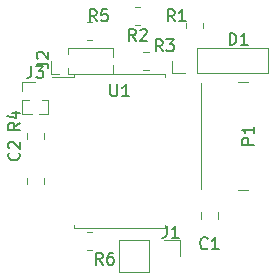
<source format=gbr>
%TF.GenerationSoftware,KiCad,Pcbnew,(5.1.7)-1*%
%TF.CreationDate,2021-06-11T01:00:18-05:00*%
%TF.ProjectId,lamp_pcb,6c616d70-5f70-4636-922e-6b696361645f,rev?*%
%TF.SameCoordinates,Original*%
%TF.FileFunction,Legend,Top*%
%TF.FilePolarity,Positive*%
%FSLAX46Y46*%
G04 Gerber Fmt 4.6, Leading zero omitted, Abs format (unit mm)*
G04 Created by KiCad (PCBNEW (5.1.7)-1) date 2021-06-11 01:00:18*
%MOMM*%
%LPD*%
G01*
G04 APERTURE LIST*
%ADD10C,0.120000*%
%ADD11C,0.150000*%
G04 APERTURE END LIST*
D10*
%TO.C,J3*%
X158140000Y-109915000D02*
X158942470Y-109915000D01*
X159557530Y-109915000D02*
X160360000Y-109915000D01*
X158140000Y-108710000D02*
X158140000Y-109915000D01*
X160360000Y-108710000D02*
X160360000Y-109915000D01*
X158140000Y-108710000D02*
X158686529Y-108710000D01*
X159813471Y-108710000D02*
X160360000Y-108710000D01*
X158140000Y-107950000D02*
X158140000Y-107190000D01*
X158140000Y-107190000D02*
X159250000Y-107190000D01*
%TO.C,D1*%
X178960000Y-106470000D02*
X178960000Y-104350000D01*
X172900000Y-106470000D02*
X178960000Y-106470000D01*
X172900000Y-104350000D02*
X178960000Y-104350000D01*
X172900000Y-106470000D02*
X172900000Y-104350000D01*
X171900000Y-106470000D02*
X170840000Y-106470000D01*
X170840000Y-106470000D02*
X170840000Y-105410000D01*
%TO.C,R6*%
X163602936Y-119915000D02*
X164057064Y-119915000D01*
X163602936Y-121385000D02*
X164057064Y-121385000D01*
%TO.C,R5*%
X164057064Y-103605000D02*
X163602936Y-103605000D01*
X164057064Y-102135000D02*
X163602936Y-102135000D01*
%TO.C,J1*%
X166310000Y-120590000D02*
X166310000Y-123250000D01*
X168910000Y-120590000D02*
X166310000Y-120590000D01*
X168910000Y-123250000D02*
X166310000Y-123250000D01*
X168910000Y-120590000D02*
X168910000Y-123250000D01*
X170180000Y-120590000D02*
X171510000Y-120590000D01*
X171510000Y-120590000D02*
X171510000Y-121920000D01*
%TO.C,J2*%
X165795000Y-106520000D02*
X165795000Y-105717530D01*
X165795000Y-105102470D02*
X165795000Y-104300000D01*
X162050000Y-106520000D02*
X165795000Y-106520000D01*
X162050000Y-104300000D02*
X165795000Y-104300000D01*
X162050000Y-106520000D02*
X162050000Y-105973471D01*
X162050000Y-104846529D02*
X162050000Y-104300000D01*
X161290000Y-106520000D02*
X160530000Y-106520000D01*
X160530000Y-106520000D02*
X160530000Y-105410000D01*
%TO.C,P1*%
X173310000Y-116250000D02*
X173310000Y-107300000D01*
X176390000Y-107180000D02*
X177290000Y-107180000D01*
X176390000Y-116370000D02*
X177290000Y-116370000D01*
%TO.C,U1*%
X166370000Y-119540000D02*
X170230000Y-119540000D01*
X170230000Y-119540000D02*
X170230000Y-119305000D01*
X166370000Y-119540000D02*
X162510000Y-119540000D01*
X162510000Y-119540000D02*
X162510000Y-119305000D01*
X166370000Y-106520000D02*
X170230000Y-106520000D01*
X170230000Y-106520000D02*
X170230000Y-106755000D01*
X166370000Y-106520000D02*
X162510000Y-106520000D01*
X162510000Y-106520000D02*
X162510000Y-106755000D01*
X162510000Y-106755000D02*
X160695000Y-106755000D01*
%TO.C,R4*%
X159985000Y-111532936D02*
X159985000Y-111987064D01*
X158515000Y-111532936D02*
X158515000Y-111987064D01*
%TO.C,R3*%
X168827064Y-106145000D02*
X168372936Y-106145000D01*
X168827064Y-104675000D02*
X168372936Y-104675000D01*
%TO.C,R2*%
X168137064Y-102335000D02*
X167682936Y-102335000D01*
X168137064Y-100865000D02*
X167682936Y-100865000D01*
%TO.C,R1*%
X173455000Y-102172936D02*
X173455000Y-102627064D01*
X171985000Y-102172936D02*
X171985000Y-102627064D01*
%TO.C,C2*%
X159985000Y-115308748D02*
X159985000Y-115831252D01*
X158515000Y-115308748D02*
X158515000Y-115831252D01*
%TO.C,C1*%
X173255000Y-118761252D02*
X173255000Y-118238748D01*
X174725000Y-118761252D02*
X174725000Y-118238748D01*
%TO.C,J3*%
D11*
X158916666Y-105842380D02*
X158916666Y-106556666D01*
X158869047Y-106699523D01*
X158773809Y-106794761D01*
X158630952Y-106842380D01*
X158535714Y-106842380D01*
X159297619Y-105842380D02*
X159916666Y-105842380D01*
X159583333Y-106223333D01*
X159726190Y-106223333D01*
X159821428Y-106270952D01*
X159869047Y-106318571D01*
X159916666Y-106413809D01*
X159916666Y-106651904D01*
X159869047Y-106747142D01*
X159821428Y-106794761D01*
X159726190Y-106842380D01*
X159440476Y-106842380D01*
X159345238Y-106794761D01*
X159297619Y-106747142D01*
%TO.C,D1*%
X175691904Y-104052380D02*
X175691904Y-103052380D01*
X175930000Y-103052380D01*
X176072857Y-103100000D01*
X176168095Y-103195238D01*
X176215714Y-103290476D01*
X176263333Y-103480952D01*
X176263333Y-103623809D01*
X176215714Y-103814285D01*
X176168095Y-103909523D01*
X176072857Y-104004761D01*
X175930000Y-104052380D01*
X175691904Y-104052380D01*
X177215714Y-104052380D02*
X176644285Y-104052380D01*
X176930000Y-104052380D02*
X176930000Y-103052380D01*
X176834761Y-103195238D01*
X176739523Y-103290476D01*
X176644285Y-103338095D01*
%TO.C,R6*%
X164933333Y-122652380D02*
X164600000Y-122176190D01*
X164361904Y-122652380D02*
X164361904Y-121652380D01*
X164742857Y-121652380D01*
X164838095Y-121700000D01*
X164885714Y-121747619D01*
X164933333Y-121842857D01*
X164933333Y-121985714D01*
X164885714Y-122080952D01*
X164838095Y-122128571D01*
X164742857Y-122176190D01*
X164361904Y-122176190D01*
X165790476Y-121652380D02*
X165600000Y-121652380D01*
X165504761Y-121700000D01*
X165457142Y-121747619D01*
X165361904Y-121890476D01*
X165314285Y-122080952D01*
X165314285Y-122461904D01*
X165361904Y-122557142D01*
X165409523Y-122604761D01*
X165504761Y-122652380D01*
X165695238Y-122652380D01*
X165790476Y-122604761D01*
X165838095Y-122557142D01*
X165885714Y-122461904D01*
X165885714Y-122223809D01*
X165838095Y-122128571D01*
X165790476Y-122080952D01*
X165695238Y-122033333D01*
X165504761Y-122033333D01*
X165409523Y-122080952D01*
X165361904Y-122128571D01*
X165314285Y-122223809D01*
%TO.C,R5*%
X164433333Y-102052380D02*
X164100000Y-101576190D01*
X163861904Y-102052380D02*
X163861904Y-101052380D01*
X164242857Y-101052380D01*
X164338095Y-101100000D01*
X164385714Y-101147619D01*
X164433333Y-101242857D01*
X164433333Y-101385714D01*
X164385714Y-101480952D01*
X164338095Y-101528571D01*
X164242857Y-101576190D01*
X163861904Y-101576190D01*
X165338095Y-101052380D02*
X164861904Y-101052380D01*
X164814285Y-101528571D01*
X164861904Y-101480952D01*
X164957142Y-101433333D01*
X165195238Y-101433333D01*
X165290476Y-101480952D01*
X165338095Y-101528571D01*
X165385714Y-101623809D01*
X165385714Y-101861904D01*
X165338095Y-101957142D01*
X165290476Y-102004761D01*
X165195238Y-102052380D01*
X164957142Y-102052380D01*
X164861904Y-102004761D01*
X164814285Y-101957142D01*
%TO.C,J1*%
X170376666Y-119382380D02*
X170376666Y-120096666D01*
X170329047Y-120239523D01*
X170233809Y-120334761D01*
X170090952Y-120382380D01*
X169995714Y-120382380D01*
X171376666Y-120382380D02*
X170805238Y-120382380D01*
X171090952Y-120382380D02*
X171090952Y-119382380D01*
X170995714Y-119525238D01*
X170900476Y-119620476D01*
X170805238Y-119668095D01*
%TO.C,J2*%
X159352380Y-105633333D02*
X160066666Y-105633333D01*
X160209523Y-105680952D01*
X160304761Y-105776190D01*
X160352380Y-105919047D01*
X160352380Y-106014285D01*
X159447619Y-105204761D02*
X159400000Y-105157142D01*
X159352380Y-105061904D01*
X159352380Y-104823809D01*
X159400000Y-104728571D01*
X159447619Y-104680952D01*
X159542857Y-104633333D01*
X159638095Y-104633333D01*
X159780952Y-104680952D01*
X160352380Y-105252380D01*
X160352380Y-104633333D01*
%TO.C,P1*%
X177742380Y-112498095D02*
X176742380Y-112498095D01*
X176742380Y-112117142D01*
X176790000Y-112021904D01*
X176837619Y-111974285D01*
X176932857Y-111926666D01*
X177075714Y-111926666D01*
X177170952Y-111974285D01*
X177218571Y-112021904D01*
X177266190Y-112117142D01*
X177266190Y-112498095D01*
X177742380Y-110974285D02*
X177742380Y-111545714D01*
X177742380Y-111260000D02*
X176742380Y-111260000D01*
X176885238Y-111355238D01*
X176980476Y-111450476D01*
X177028095Y-111545714D01*
%TO.C,U1*%
X165608095Y-107402380D02*
X165608095Y-108211904D01*
X165655714Y-108307142D01*
X165703333Y-108354761D01*
X165798571Y-108402380D01*
X165989047Y-108402380D01*
X166084285Y-108354761D01*
X166131904Y-108307142D01*
X166179523Y-108211904D01*
X166179523Y-107402380D01*
X167179523Y-108402380D02*
X166608095Y-108402380D01*
X166893809Y-108402380D02*
X166893809Y-107402380D01*
X166798571Y-107545238D01*
X166703333Y-107640476D01*
X166608095Y-107688095D01*
%TO.C,R4*%
X157932380Y-110656666D02*
X157456190Y-110990000D01*
X157932380Y-111228095D02*
X156932380Y-111228095D01*
X156932380Y-110847142D01*
X156980000Y-110751904D01*
X157027619Y-110704285D01*
X157122857Y-110656666D01*
X157265714Y-110656666D01*
X157360952Y-110704285D01*
X157408571Y-110751904D01*
X157456190Y-110847142D01*
X157456190Y-111228095D01*
X157265714Y-109799523D02*
X157932380Y-109799523D01*
X156884761Y-110037619D02*
X157599047Y-110275714D01*
X157599047Y-109656666D01*
%TO.C,R3*%
X170013333Y-104592380D02*
X169680000Y-104116190D01*
X169441904Y-104592380D02*
X169441904Y-103592380D01*
X169822857Y-103592380D01*
X169918095Y-103640000D01*
X169965714Y-103687619D01*
X170013333Y-103782857D01*
X170013333Y-103925714D01*
X169965714Y-104020952D01*
X169918095Y-104068571D01*
X169822857Y-104116190D01*
X169441904Y-104116190D01*
X170346666Y-103592380D02*
X170965714Y-103592380D01*
X170632380Y-103973333D01*
X170775238Y-103973333D01*
X170870476Y-104020952D01*
X170918095Y-104068571D01*
X170965714Y-104163809D01*
X170965714Y-104401904D01*
X170918095Y-104497142D01*
X170870476Y-104544761D01*
X170775238Y-104592380D01*
X170489523Y-104592380D01*
X170394285Y-104544761D01*
X170346666Y-104497142D01*
%TO.C,R2*%
X167743333Y-103702380D02*
X167410000Y-103226190D01*
X167171904Y-103702380D02*
X167171904Y-102702380D01*
X167552857Y-102702380D01*
X167648095Y-102750000D01*
X167695714Y-102797619D01*
X167743333Y-102892857D01*
X167743333Y-103035714D01*
X167695714Y-103130952D01*
X167648095Y-103178571D01*
X167552857Y-103226190D01*
X167171904Y-103226190D01*
X168124285Y-102797619D02*
X168171904Y-102750000D01*
X168267142Y-102702380D01*
X168505238Y-102702380D01*
X168600476Y-102750000D01*
X168648095Y-102797619D01*
X168695714Y-102892857D01*
X168695714Y-102988095D01*
X168648095Y-103130952D01*
X168076666Y-103702380D01*
X168695714Y-103702380D01*
%TO.C,R1*%
X171033333Y-102052380D02*
X170700000Y-101576190D01*
X170461904Y-102052380D02*
X170461904Y-101052380D01*
X170842857Y-101052380D01*
X170938095Y-101100000D01*
X170985714Y-101147619D01*
X171033333Y-101242857D01*
X171033333Y-101385714D01*
X170985714Y-101480952D01*
X170938095Y-101528571D01*
X170842857Y-101576190D01*
X170461904Y-101576190D01*
X171985714Y-102052380D02*
X171414285Y-102052380D01*
X171700000Y-102052380D02*
X171700000Y-101052380D01*
X171604761Y-101195238D01*
X171509523Y-101290476D01*
X171414285Y-101338095D01*
%TO.C,C2*%
X157837142Y-113196666D02*
X157884761Y-113244285D01*
X157932380Y-113387142D01*
X157932380Y-113482380D01*
X157884761Y-113625238D01*
X157789523Y-113720476D01*
X157694285Y-113768095D01*
X157503809Y-113815714D01*
X157360952Y-113815714D01*
X157170476Y-113768095D01*
X157075238Y-113720476D01*
X156980000Y-113625238D01*
X156932380Y-113482380D01*
X156932380Y-113387142D01*
X156980000Y-113244285D01*
X157027619Y-113196666D01*
X157027619Y-112815714D02*
X156980000Y-112768095D01*
X156932380Y-112672857D01*
X156932380Y-112434761D01*
X156980000Y-112339523D01*
X157027619Y-112291904D01*
X157122857Y-112244285D01*
X157218095Y-112244285D01*
X157360952Y-112291904D01*
X157932380Y-112863333D01*
X157932380Y-112244285D01*
%TO.C,C1*%
X173823333Y-121257142D02*
X173775714Y-121304761D01*
X173632857Y-121352380D01*
X173537619Y-121352380D01*
X173394761Y-121304761D01*
X173299523Y-121209523D01*
X173251904Y-121114285D01*
X173204285Y-120923809D01*
X173204285Y-120780952D01*
X173251904Y-120590476D01*
X173299523Y-120495238D01*
X173394761Y-120400000D01*
X173537619Y-120352380D01*
X173632857Y-120352380D01*
X173775714Y-120400000D01*
X173823333Y-120447619D01*
X174775714Y-121352380D02*
X174204285Y-121352380D01*
X174490000Y-121352380D02*
X174490000Y-120352380D01*
X174394761Y-120495238D01*
X174299523Y-120590476D01*
X174204285Y-120638095D01*
%TD*%
M02*

</source>
